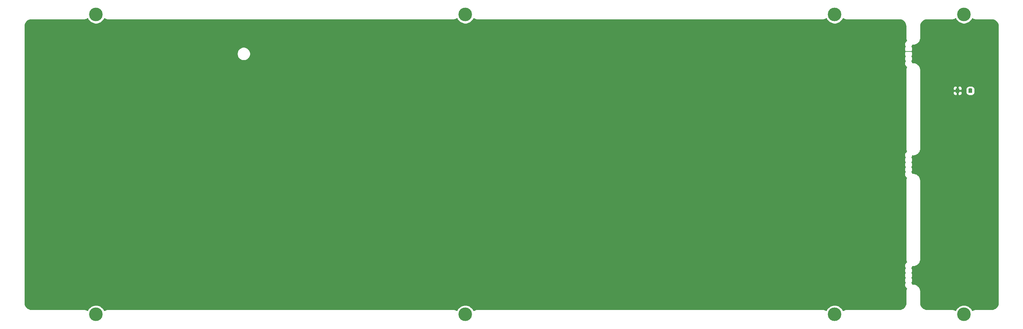
<source format=gbr>
G04 #@! TF.GenerationSoftware,KiCad,Pcbnew,(5.1.10-1-10_14)*
G04 #@! TF.CreationDate,2021-08-22T11:17:11-05:00*
G04 #@! TF.ProjectId,ori_bottom_plate,6f72695f-626f-4747-946f-6d5f706c6174,rev?*
G04 #@! TF.SameCoordinates,Original*
G04 #@! TF.FileFunction,Copper,L1,Top*
G04 #@! TF.FilePolarity,Positive*
%FSLAX46Y46*%
G04 Gerber Fmt 4.6, Leading zero omitted, Abs format (unit mm)*
G04 Created by KiCad (PCBNEW (5.1.10-1-10_14)) date 2021-08-22 11:17:11*
%MOMM*%
%LPD*%
G01*
G04 APERTURE LIST*
G04 #@! TA.AperFunction,ComponentPad*
%ADD10C,3.500000*%
G04 #@! TD*
G04 #@! TA.AperFunction,ViaPad*
%ADD11C,0.500000*%
G04 #@! TD*
G04 #@! TA.AperFunction,Conductor*
%ADD12C,0.250000*%
G04 #@! TD*
G04 #@! TA.AperFunction,Conductor*
%ADD13C,0.130000*%
G04 #@! TD*
G04 #@! TA.AperFunction,Conductor*
%ADD14C,0.254000*%
G04 #@! TD*
G04 #@! TA.AperFunction,Conductor*
%ADD15C,0.100000*%
G04 #@! TD*
G04 APERTURE END LIST*
D10*
X356023442Y-117264265D03*
X356023442Y-39873575D03*
X260773394Y-117264265D03*
X260773394Y-39873575D03*
X165523314Y-117264265D03*
X165523314Y-39873575D03*
G04 #@! TA.AperFunction,SMDPad,CuDef*
G36*
G01*
X388211370Y-59168840D02*
X388211370Y-59868840D01*
G75*
G02*
X387961370Y-60118840I-250000J0D01*
G01*
X387461370Y-60118840D01*
G75*
G02*
X387211370Y-59868840I0J250000D01*
G01*
X387211370Y-59168840D01*
G75*
G02*
X387461370Y-58918840I250000J0D01*
G01*
X387961370Y-58918840D01*
G75*
G02*
X388211370Y-59168840I0J-250000D01*
G01*
G37*
G04 #@! TD.AperFunction*
G04 #@! TA.AperFunction,SMDPad,CuDef*
G36*
G01*
X391511370Y-59168840D02*
X391511370Y-59868840D01*
G75*
G02*
X391261370Y-60118840I-250000J0D01*
G01*
X390761370Y-60118840D01*
G75*
G02*
X390511370Y-59868840I0J250000D01*
G01*
X390511370Y-59168840D01*
G75*
G02*
X390761370Y-58918840I250000J0D01*
G01*
X391261370Y-58918840D01*
G75*
G02*
X391511370Y-59168840I0J-250000D01*
G01*
G37*
G04 #@! TD.AperFunction*
X389360818Y-39873640D03*
X389360818Y-117264200D03*
D11*
X373287865Y-49398485D03*
X385194165Y-59518840D03*
D12*
X387711370Y-59518840D02*
X385194165Y-59518840D01*
D13*
X376859755Y-49398485D02*
X373287865Y-49398485D01*
D14*
X358221827Y-40919636D02*
X358275414Y-40955238D01*
X358328523Y-40991603D01*
X358337243Y-40996318D01*
X358439829Y-41050863D01*
X358499292Y-41075371D01*
X358558469Y-41100735D01*
X358567939Y-41103666D01*
X358679165Y-41137247D01*
X358742259Y-41149740D01*
X358805232Y-41163125D01*
X358815091Y-41164161D01*
X358930721Y-41175499D01*
X358930723Y-41175499D01*
X358965137Y-41178888D01*
X372657826Y-41178760D01*
X373016501Y-41213928D01*
X373328121Y-41308012D01*
X373615528Y-41460828D01*
X373867775Y-41666557D01*
X374075264Y-41917367D01*
X374230084Y-42203701D01*
X374326340Y-42514654D01*
X374363810Y-42871153D01*
X374363811Y-45861472D01*
X374367314Y-45897040D01*
X374367314Y-45912503D01*
X374368351Y-45922362D01*
X374394253Y-46153284D01*
X374407625Y-46216196D01*
X374420131Y-46279355D01*
X374423063Y-46288824D01*
X374493325Y-46510317D01*
X374518666Y-46569441D01*
X374529513Y-46595759D01*
X374388676Y-46689863D01*
X374244513Y-46834026D01*
X374131245Y-47003544D01*
X374053224Y-47191902D01*
X374013450Y-47391861D01*
X374013450Y-47595739D01*
X374053224Y-47795698D01*
X374131245Y-47984056D01*
X374221278Y-48118800D01*
X374131245Y-48253544D01*
X374053224Y-48441902D01*
X374013450Y-48641861D01*
X374013450Y-48845739D01*
X374053224Y-49045698D01*
X374131245Y-49234056D01*
X374221278Y-49368800D01*
X374131245Y-49503544D01*
X374053224Y-49691902D01*
X374013450Y-49891861D01*
X374013450Y-50095739D01*
X374053224Y-50295698D01*
X374131245Y-50484056D01*
X374221278Y-50618800D01*
X374131245Y-50753544D01*
X374053224Y-50941902D01*
X374013450Y-51141861D01*
X374013450Y-51345739D01*
X374053224Y-51545698D01*
X374131245Y-51734056D01*
X374221278Y-51868800D01*
X374131245Y-52003544D01*
X374053224Y-52191902D01*
X374013450Y-52391861D01*
X374013450Y-52595739D01*
X374053224Y-52795698D01*
X374131245Y-52984056D01*
X374244513Y-53153574D01*
X374388676Y-53297737D01*
X374529415Y-53391775D01*
X374512234Y-53433458D01*
X374486883Y-53492607D01*
X374483952Y-53502077D01*
X374416789Y-53724530D01*
X374404300Y-53787605D01*
X374390909Y-53850602D01*
X374389873Y-53860461D01*
X374367198Y-54091722D01*
X374367198Y-54091729D01*
X374363810Y-54126129D01*
X374363811Y-74436592D01*
X374367314Y-74472160D01*
X374367314Y-74487623D01*
X374368351Y-74497482D01*
X374394253Y-74728404D01*
X374407625Y-74791316D01*
X374420131Y-74854475D01*
X374423063Y-74863944D01*
X374493325Y-75085437D01*
X374518666Y-75144561D01*
X374533605Y-75180805D01*
X374388676Y-75277643D01*
X374244513Y-75421806D01*
X374131245Y-75591324D01*
X374053224Y-75779682D01*
X374013450Y-75979641D01*
X374013450Y-76183519D01*
X374053224Y-76383478D01*
X374131245Y-76571836D01*
X374221278Y-76706580D01*
X374131245Y-76841324D01*
X374053224Y-77029682D01*
X374013450Y-77229641D01*
X374013450Y-77433519D01*
X374053224Y-77633478D01*
X374131245Y-77821836D01*
X374221278Y-77956580D01*
X374131245Y-78091324D01*
X374053224Y-78279682D01*
X374013450Y-78479641D01*
X374013450Y-78683519D01*
X374053224Y-78883478D01*
X374131245Y-79071836D01*
X374221278Y-79206580D01*
X374131245Y-79341324D01*
X374053224Y-79529682D01*
X374013450Y-79729641D01*
X374013450Y-79933519D01*
X374053224Y-80133478D01*
X374131245Y-80321836D01*
X374221278Y-80456580D01*
X374131245Y-80591324D01*
X374053224Y-80779682D01*
X374013450Y-80979641D01*
X374013450Y-81183519D01*
X374053224Y-81383478D01*
X374131245Y-81571836D01*
X374244513Y-81741354D01*
X374388676Y-81885517D01*
X374525324Y-81976822D01*
X374512234Y-82008578D01*
X374486883Y-82067727D01*
X374483952Y-82077197D01*
X374416789Y-82299650D01*
X374404300Y-82362725D01*
X374390909Y-82425722D01*
X374389873Y-82435581D01*
X374367198Y-82666842D01*
X374367198Y-82666849D01*
X374363810Y-82701249D01*
X374363811Y-103011712D01*
X374367314Y-103047280D01*
X374367314Y-103062743D01*
X374368351Y-103072602D01*
X374394253Y-103303524D01*
X374407625Y-103366436D01*
X374420131Y-103429595D01*
X374423063Y-103439064D01*
X374493325Y-103660557D01*
X374518666Y-103719681D01*
X374533605Y-103755925D01*
X374388676Y-103852763D01*
X374244513Y-103996926D01*
X374131245Y-104166444D01*
X374053224Y-104354802D01*
X374013450Y-104554761D01*
X374013450Y-104758639D01*
X374053224Y-104958598D01*
X374131245Y-105146956D01*
X374221278Y-105281700D01*
X374131245Y-105416444D01*
X374053224Y-105604802D01*
X374013450Y-105804761D01*
X374013450Y-106008639D01*
X374053224Y-106208598D01*
X374131245Y-106396956D01*
X374221278Y-106531700D01*
X374131245Y-106666444D01*
X374053224Y-106854802D01*
X374013450Y-107054761D01*
X374013450Y-107258639D01*
X374053224Y-107458598D01*
X374131245Y-107646956D01*
X374221278Y-107781700D01*
X374131245Y-107916444D01*
X374053224Y-108104802D01*
X374013450Y-108304761D01*
X374013450Y-108508639D01*
X374053224Y-108708598D01*
X374131245Y-108896956D01*
X374221278Y-109031700D01*
X374131245Y-109166444D01*
X374053224Y-109354802D01*
X374013450Y-109554761D01*
X374013450Y-109758639D01*
X374053224Y-109958598D01*
X374131245Y-110146956D01*
X374244513Y-110316474D01*
X374388676Y-110460637D01*
X374525324Y-110551942D01*
X374512234Y-110583698D01*
X374486883Y-110642847D01*
X374483952Y-110652317D01*
X374416789Y-110874770D01*
X374404300Y-110937845D01*
X374390909Y-111000842D01*
X374389873Y-111010701D01*
X374367198Y-111241962D01*
X374367198Y-111241969D01*
X374363810Y-111276369D01*
X374363811Y-114253089D01*
X374328642Y-114611772D01*
X374234558Y-114923390D01*
X374081740Y-115210799D01*
X373876013Y-115463045D01*
X373625203Y-115670534D01*
X373338869Y-115825354D01*
X373027916Y-115921610D01*
X372671412Y-115959080D01*
X358965137Y-115958952D01*
X358935061Y-115961914D01*
X358931505Y-115961889D01*
X358921639Y-115962856D01*
X358864300Y-115968882D01*
X358860830Y-115969224D01*
X358860714Y-115969259D01*
X358806091Y-115975000D01*
X358743061Y-115987938D01*
X358679839Y-115999998D01*
X358670359Y-116002861D01*
X358670354Y-116002862D01*
X358670352Y-116002863D01*
X358670349Y-116002864D01*
X358559360Y-116037221D01*
X358500079Y-116062140D01*
X358440376Y-116086262D01*
X358431623Y-116090916D01*
X358329421Y-116146176D01*
X358276078Y-116182157D01*
X358222223Y-116217398D01*
X358214541Y-116223663D01*
X358184284Y-116248694D01*
X358137002Y-116134544D01*
X357875992Y-115743916D01*
X357543791Y-115411715D01*
X357153163Y-115150705D01*
X356719121Y-114970919D01*
X356258344Y-114879265D01*
X355788540Y-114879265D01*
X355327763Y-114970919D01*
X354893721Y-115150705D01*
X354503093Y-115411715D01*
X354170892Y-115743916D01*
X353909882Y-116134544D01*
X353862560Y-116248790D01*
X353825057Y-116218204D01*
X353771504Y-116182624D01*
X353718362Y-116146237D01*
X353709641Y-116141522D01*
X353607056Y-116086977D01*
X353547579Y-116062463D01*
X353488415Y-116037105D01*
X353478945Y-116034174D01*
X353367719Y-116000593D01*
X353304626Y-115988101D01*
X353241653Y-115974715D01*
X353231794Y-115973679D01*
X353116444Y-115962369D01*
X353081754Y-115958952D01*
X263715082Y-115958952D01*
X263685009Y-115961914D01*
X263681457Y-115961889D01*
X263671591Y-115962856D01*
X263614210Y-115968887D01*
X263610775Y-115969225D01*
X263610660Y-115969260D01*
X263556043Y-115975000D01*
X263493013Y-115987938D01*
X263429791Y-115999998D01*
X263420311Y-116002861D01*
X263420306Y-116002862D01*
X263420304Y-116002863D01*
X263420301Y-116002864D01*
X263309312Y-116037221D01*
X263250031Y-116062140D01*
X263190328Y-116086262D01*
X263181575Y-116090916D01*
X263079373Y-116146176D01*
X263026030Y-116182157D01*
X262972175Y-116217398D01*
X262964493Y-116223663D01*
X262934236Y-116248694D01*
X262886954Y-116134544D01*
X262625944Y-115743916D01*
X262293743Y-115411715D01*
X261903115Y-115150705D01*
X261469073Y-114970919D01*
X261008296Y-114879265D01*
X260538492Y-114879265D01*
X260077715Y-114970919D01*
X259643673Y-115150705D01*
X259253045Y-115411715D01*
X258920844Y-115743916D01*
X258659834Y-116134544D01*
X258612512Y-116248790D01*
X258575009Y-116218204D01*
X258521456Y-116182624D01*
X258468314Y-116146237D01*
X258459593Y-116141522D01*
X258357008Y-116086977D01*
X258297531Y-116062463D01*
X258238367Y-116037105D01*
X258228897Y-116034174D01*
X258117671Y-116000593D01*
X258054578Y-115988101D01*
X257991605Y-115974715D01*
X257981746Y-115973679D01*
X257866396Y-115962369D01*
X257831706Y-115958952D01*
X168465002Y-115958952D01*
X168434929Y-115961914D01*
X168431377Y-115961889D01*
X168421511Y-115962856D01*
X168364130Y-115968887D01*
X168360695Y-115969225D01*
X168360580Y-115969260D01*
X168305963Y-115975000D01*
X168242933Y-115987938D01*
X168179711Y-115999998D01*
X168170231Y-116002861D01*
X168170226Y-116002862D01*
X168170224Y-116002863D01*
X168170221Y-116002864D01*
X168059232Y-116037221D01*
X167999951Y-116062140D01*
X167940248Y-116086262D01*
X167931495Y-116090916D01*
X167829293Y-116146176D01*
X167775950Y-116182157D01*
X167722095Y-116217398D01*
X167714413Y-116223663D01*
X167684156Y-116248694D01*
X167636874Y-116134544D01*
X167375864Y-115743916D01*
X167043663Y-115411715D01*
X166653035Y-115150705D01*
X166218993Y-114970919D01*
X165758216Y-114879265D01*
X165288412Y-114879265D01*
X164827635Y-114970919D01*
X164393593Y-115150705D01*
X164002965Y-115411715D01*
X163670764Y-115743916D01*
X163409754Y-116134544D01*
X163362432Y-116248790D01*
X163324929Y-116218204D01*
X163271376Y-116182624D01*
X163218234Y-116146237D01*
X163209513Y-116141522D01*
X163106928Y-116086977D01*
X163047451Y-116062463D01*
X162988287Y-116037105D01*
X162978817Y-116034174D01*
X162867591Y-116000593D01*
X162804498Y-115988101D01*
X162741525Y-115974715D01*
X162731666Y-115973679D01*
X162616035Y-115962341D01*
X162616033Y-115962341D01*
X162581619Y-115958952D01*
X148888834Y-115959080D01*
X148530158Y-115923912D01*
X148218540Y-115829828D01*
X147931131Y-115677010D01*
X147678885Y-115471283D01*
X147471396Y-115220473D01*
X147316576Y-114934139D01*
X147220320Y-114623186D01*
X147182850Y-114266687D01*
X147182850Y-49823061D01*
X201888474Y-49823061D01*
X201888474Y-50164827D01*
X201955149Y-50500025D01*
X202085937Y-50815775D01*
X202275811Y-51099942D01*
X202517476Y-51341607D01*
X202801643Y-51531481D01*
X203117393Y-51662269D01*
X203452591Y-51728944D01*
X203794357Y-51728944D01*
X204129555Y-51662269D01*
X204445305Y-51531481D01*
X204729472Y-51341607D01*
X204971137Y-51099942D01*
X205161011Y-50815775D01*
X205291799Y-50500025D01*
X205358474Y-50164827D01*
X205358474Y-49823061D01*
X205291799Y-49487863D01*
X205161011Y-49172113D01*
X204971137Y-48887946D01*
X204729472Y-48646281D01*
X204445305Y-48456407D01*
X204129555Y-48325619D01*
X203794357Y-48258944D01*
X203452591Y-48258944D01*
X203117393Y-48325619D01*
X202801643Y-48456407D01*
X202517476Y-48646281D01*
X202275811Y-48887946D01*
X202085937Y-49172113D01*
X201955149Y-49487863D01*
X201888474Y-49823061D01*
X147182850Y-49823061D01*
X147182850Y-42884741D01*
X147218018Y-42526069D01*
X147312102Y-42214449D01*
X147464918Y-41927042D01*
X147670647Y-41674795D01*
X147921457Y-41467306D01*
X148207791Y-41312486D01*
X148518744Y-41216230D01*
X148875248Y-41178760D01*
X162581619Y-41178888D01*
X162611695Y-41175926D01*
X162615251Y-41175951D01*
X162625117Y-41174984D01*
X162682448Y-41168959D01*
X162685926Y-41168616D01*
X162686042Y-41168581D01*
X162740664Y-41162840D01*
X162803687Y-41149904D01*
X162866917Y-41137842D01*
X162876397Y-41134979D01*
X162876402Y-41134978D01*
X162876406Y-41134976D01*
X162987396Y-41100619D01*
X163046677Y-41075700D01*
X163106380Y-41051578D01*
X163115133Y-41046924D01*
X163217335Y-40991663D01*
X163270652Y-40955701D01*
X163324533Y-40920442D01*
X163332215Y-40914177D01*
X163362472Y-40889146D01*
X163409754Y-41003296D01*
X163670764Y-41393924D01*
X164002965Y-41726125D01*
X164393593Y-41987135D01*
X164827635Y-42166921D01*
X165288412Y-42258575D01*
X165758216Y-42258575D01*
X166218993Y-42166921D01*
X166653035Y-41987135D01*
X167043663Y-41726125D01*
X167375864Y-41393924D01*
X167636874Y-41003296D01*
X167684196Y-40889050D01*
X167721699Y-40919636D01*
X167775286Y-40955238D01*
X167828395Y-40991603D01*
X167837115Y-40996318D01*
X167939701Y-41050863D01*
X167999164Y-41075371D01*
X168058341Y-41100735D01*
X168067811Y-41103666D01*
X168179037Y-41137247D01*
X168242131Y-41149740D01*
X168305104Y-41163125D01*
X168314963Y-41164161D01*
X168430311Y-41175471D01*
X168465002Y-41178888D01*
X257831706Y-41178888D01*
X257861779Y-41175926D01*
X257865331Y-41175951D01*
X257875197Y-41174984D01*
X257932570Y-41168954D01*
X257936013Y-41168615D01*
X257936128Y-41168580D01*
X257990744Y-41162840D01*
X258053767Y-41149904D01*
X258116997Y-41137842D01*
X258126477Y-41134979D01*
X258126482Y-41134978D01*
X258126486Y-41134976D01*
X258237476Y-41100619D01*
X258296757Y-41075700D01*
X258356460Y-41051578D01*
X258365213Y-41046924D01*
X258467415Y-40991663D01*
X258520732Y-40955701D01*
X258574613Y-40920442D01*
X258582295Y-40914177D01*
X258612552Y-40889146D01*
X258659834Y-41003296D01*
X258920844Y-41393924D01*
X259253045Y-41726125D01*
X259643673Y-41987135D01*
X260077715Y-42166921D01*
X260538492Y-42258575D01*
X261008296Y-42258575D01*
X261469073Y-42166921D01*
X261903115Y-41987135D01*
X262293743Y-41726125D01*
X262625944Y-41393924D01*
X262886954Y-41003296D01*
X262934276Y-40889050D01*
X262971779Y-40919636D01*
X263025366Y-40955238D01*
X263078475Y-40991603D01*
X263087195Y-40996318D01*
X263189781Y-41050863D01*
X263249244Y-41075371D01*
X263308421Y-41100735D01*
X263317891Y-41103666D01*
X263429117Y-41137247D01*
X263492211Y-41149740D01*
X263555184Y-41163125D01*
X263565043Y-41164161D01*
X263680391Y-41175471D01*
X263715082Y-41178888D01*
X353081754Y-41178888D01*
X353111827Y-41175926D01*
X353115379Y-41175951D01*
X353125245Y-41174984D01*
X353182618Y-41168954D01*
X353186061Y-41168615D01*
X353186176Y-41168580D01*
X353240792Y-41162840D01*
X353303815Y-41149904D01*
X353367045Y-41137842D01*
X353376525Y-41134979D01*
X353376530Y-41134978D01*
X353376534Y-41134976D01*
X353487524Y-41100619D01*
X353546805Y-41075700D01*
X353606508Y-41051578D01*
X353615261Y-41046924D01*
X353717463Y-40991663D01*
X353770780Y-40955701D01*
X353824661Y-40920442D01*
X353832343Y-40914177D01*
X353862600Y-40889146D01*
X353909882Y-41003296D01*
X354170892Y-41393924D01*
X354503093Y-41726125D01*
X354893721Y-41987135D01*
X355327763Y-42166921D01*
X355788540Y-42258575D01*
X356258344Y-42258575D01*
X356719121Y-42166921D01*
X357153163Y-41987135D01*
X357543791Y-41726125D01*
X357875992Y-41393924D01*
X358137002Y-41003296D01*
X358184324Y-40889050D01*
X358221827Y-40919636D01*
G04 #@! TA.AperFunction,Conductor*
D15*
G36*
X358221827Y-40919636D02*
G01*
X358275414Y-40955238D01*
X358328523Y-40991603D01*
X358337243Y-40996318D01*
X358439829Y-41050863D01*
X358499292Y-41075371D01*
X358558469Y-41100735D01*
X358567939Y-41103666D01*
X358679165Y-41137247D01*
X358742259Y-41149740D01*
X358805232Y-41163125D01*
X358815091Y-41164161D01*
X358930721Y-41175499D01*
X358930723Y-41175499D01*
X358965137Y-41178888D01*
X372657826Y-41178760D01*
X373016501Y-41213928D01*
X373328121Y-41308012D01*
X373615528Y-41460828D01*
X373867775Y-41666557D01*
X374075264Y-41917367D01*
X374230084Y-42203701D01*
X374326340Y-42514654D01*
X374363810Y-42871153D01*
X374363811Y-45861472D01*
X374367314Y-45897040D01*
X374367314Y-45912503D01*
X374368351Y-45922362D01*
X374394253Y-46153284D01*
X374407625Y-46216196D01*
X374420131Y-46279355D01*
X374423063Y-46288824D01*
X374493325Y-46510317D01*
X374518666Y-46569441D01*
X374529513Y-46595759D01*
X374388676Y-46689863D01*
X374244513Y-46834026D01*
X374131245Y-47003544D01*
X374053224Y-47191902D01*
X374013450Y-47391861D01*
X374013450Y-47595739D01*
X374053224Y-47795698D01*
X374131245Y-47984056D01*
X374221278Y-48118800D01*
X374131245Y-48253544D01*
X374053224Y-48441902D01*
X374013450Y-48641861D01*
X374013450Y-48845739D01*
X374053224Y-49045698D01*
X374131245Y-49234056D01*
X374221278Y-49368800D01*
X374131245Y-49503544D01*
X374053224Y-49691902D01*
X374013450Y-49891861D01*
X374013450Y-50095739D01*
X374053224Y-50295698D01*
X374131245Y-50484056D01*
X374221278Y-50618800D01*
X374131245Y-50753544D01*
X374053224Y-50941902D01*
X374013450Y-51141861D01*
X374013450Y-51345739D01*
X374053224Y-51545698D01*
X374131245Y-51734056D01*
X374221278Y-51868800D01*
X374131245Y-52003544D01*
X374053224Y-52191902D01*
X374013450Y-52391861D01*
X374013450Y-52595739D01*
X374053224Y-52795698D01*
X374131245Y-52984056D01*
X374244513Y-53153574D01*
X374388676Y-53297737D01*
X374529415Y-53391775D01*
X374512234Y-53433458D01*
X374486883Y-53492607D01*
X374483952Y-53502077D01*
X374416789Y-53724530D01*
X374404300Y-53787605D01*
X374390909Y-53850602D01*
X374389873Y-53860461D01*
X374367198Y-54091722D01*
X374367198Y-54091729D01*
X374363810Y-54126129D01*
X374363811Y-74436592D01*
X374367314Y-74472160D01*
X374367314Y-74487623D01*
X374368351Y-74497482D01*
X374394253Y-74728404D01*
X374407625Y-74791316D01*
X374420131Y-74854475D01*
X374423063Y-74863944D01*
X374493325Y-75085437D01*
X374518666Y-75144561D01*
X374533605Y-75180805D01*
X374388676Y-75277643D01*
X374244513Y-75421806D01*
X374131245Y-75591324D01*
X374053224Y-75779682D01*
X374013450Y-75979641D01*
X374013450Y-76183519D01*
X374053224Y-76383478D01*
X374131245Y-76571836D01*
X374221278Y-76706580D01*
X374131245Y-76841324D01*
X374053224Y-77029682D01*
X374013450Y-77229641D01*
X374013450Y-77433519D01*
X374053224Y-77633478D01*
X374131245Y-77821836D01*
X374221278Y-77956580D01*
X374131245Y-78091324D01*
X374053224Y-78279682D01*
X374013450Y-78479641D01*
X374013450Y-78683519D01*
X374053224Y-78883478D01*
X374131245Y-79071836D01*
X374221278Y-79206580D01*
X374131245Y-79341324D01*
X374053224Y-79529682D01*
X374013450Y-79729641D01*
X374013450Y-79933519D01*
X374053224Y-80133478D01*
X374131245Y-80321836D01*
X374221278Y-80456580D01*
X374131245Y-80591324D01*
X374053224Y-80779682D01*
X374013450Y-80979641D01*
X374013450Y-81183519D01*
X374053224Y-81383478D01*
X374131245Y-81571836D01*
X374244513Y-81741354D01*
X374388676Y-81885517D01*
X374525324Y-81976822D01*
X374512234Y-82008578D01*
X374486883Y-82067727D01*
X374483952Y-82077197D01*
X374416789Y-82299650D01*
X374404300Y-82362725D01*
X374390909Y-82425722D01*
X374389873Y-82435581D01*
X374367198Y-82666842D01*
X374367198Y-82666849D01*
X374363810Y-82701249D01*
X374363811Y-103011712D01*
X374367314Y-103047280D01*
X374367314Y-103062743D01*
X374368351Y-103072602D01*
X374394253Y-103303524D01*
X374407625Y-103366436D01*
X374420131Y-103429595D01*
X374423063Y-103439064D01*
X374493325Y-103660557D01*
X374518666Y-103719681D01*
X374533605Y-103755925D01*
X374388676Y-103852763D01*
X374244513Y-103996926D01*
X374131245Y-104166444D01*
X374053224Y-104354802D01*
X374013450Y-104554761D01*
X374013450Y-104758639D01*
X374053224Y-104958598D01*
X374131245Y-105146956D01*
X374221278Y-105281700D01*
X374131245Y-105416444D01*
X374053224Y-105604802D01*
X374013450Y-105804761D01*
X374013450Y-106008639D01*
X374053224Y-106208598D01*
X374131245Y-106396956D01*
X374221278Y-106531700D01*
X374131245Y-106666444D01*
X374053224Y-106854802D01*
X374013450Y-107054761D01*
X374013450Y-107258639D01*
X374053224Y-107458598D01*
X374131245Y-107646956D01*
X374221278Y-107781700D01*
X374131245Y-107916444D01*
X374053224Y-108104802D01*
X374013450Y-108304761D01*
X374013450Y-108508639D01*
X374053224Y-108708598D01*
X374131245Y-108896956D01*
X374221278Y-109031700D01*
X374131245Y-109166444D01*
X374053224Y-109354802D01*
X374013450Y-109554761D01*
X374013450Y-109758639D01*
X374053224Y-109958598D01*
X374131245Y-110146956D01*
X374244513Y-110316474D01*
X374388676Y-110460637D01*
X374525324Y-110551942D01*
X374512234Y-110583698D01*
X374486883Y-110642847D01*
X374483952Y-110652317D01*
X374416789Y-110874770D01*
X374404300Y-110937845D01*
X374390909Y-111000842D01*
X374389873Y-111010701D01*
X374367198Y-111241962D01*
X374367198Y-111241969D01*
X374363810Y-111276369D01*
X374363811Y-114253089D01*
X374328642Y-114611772D01*
X374234558Y-114923390D01*
X374081740Y-115210799D01*
X373876013Y-115463045D01*
X373625203Y-115670534D01*
X373338869Y-115825354D01*
X373027916Y-115921610D01*
X372671412Y-115959080D01*
X358965137Y-115958952D01*
X358935061Y-115961914D01*
X358931505Y-115961889D01*
X358921639Y-115962856D01*
X358864300Y-115968882D01*
X358860830Y-115969224D01*
X358860714Y-115969259D01*
X358806091Y-115975000D01*
X358743061Y-115987938D01*
X358679839Y-115999998D01*
X358670359Y-116002861D01*
X358670354Y-116002862D01*
X358670352Y-116002863D01*
X358670349Y-116002864D01*
X358559360Y-116037221D01*
X358500079Y-116062140D01*
X358440376Y-116086262D01*
X358431623Y-116090916D01*
X358329421Y-116146176D01*
X358276078Y-116182157D01*
X358222223Y-116217398D01*
X358214541Y-116223663D01*
X358184284Y-116248694D01*
X358137002Y-116134544D01*
X357875992Y-115743916D01*
X357543791Y-115411715D01*
X357153163Y-115150705D01*
X356719121Y-114970919D01*
X356258344Y-114879265D01*
X355788540Y-114879265D01*
X355327763Y-114970919D01*
X354893721Y-115150705D01*
X354503093Y-115411715D01*
X354170892Y-115743916D01*
X353909882Y-116134544D01*
X353862560Y-116248790D01*
X353825057Y-116218204D01*
X353771504Y-116182624D01*
X353718362Y-116146237D01*
X353709641Y-116141522D01*
X353607056Y-116086977D01*
X353547579Y-116062463D01*
X353488415Y-116037105D01*
X353478945Y-116034174D01*
X353367719Y-116000593D01*
X353304626Y-115988101D01*
X353241653Y-115974715D01*
X353231794Y-115973679D01*
X353116444Y-115962369D01*
X353081754Y-115958952D01*
X263715082Y-115958952D01*
X263685009Y-115961914D01*
X263681457Y-115961889D01*
X263671591Y-115962856D01*
X263614210Y-115968887D01*
X263610775Y-115969225D01*
X263610660Y-115969260D01*
X263556043Y-115975000D01*
X263493013Y-115987938D01*
X263429791Y-115999998D01*
X263420311Y-116002861D01*
X263420306Y-116002862D01*
X263420304Y-116002863D01*
X263420301Y-116002864D01*
X263309312Y-116037221D01*
X263250031Y-116062140D01*
X263190328Y-116086262D01*
X263181575Y-116090916D01*
X263079373Y-116146176D01*
X263026030Y-116182157D01*
X262972175Y-116217398D01*
X262964493Y-116223663D01*
X262934236Y-116248694D01*
X262886954Y-116134544D01*
X262625944Y-115743916D01*
X262293743Y-115411715D01*
X261903115Y-115150705D01*
X261469073Y-114970919D01*
X261008296Y-114879265D01*
X260538492Y-114879265D01*
X260077715Y-114970919D01*
X259643673Y-115150705D01*
X259253045Y-115411715D01*
X258920844Y-115743916D01*
X258659834Y-116134544D01*
X258612512Y-116248790D01*
X258575009Y-116218204D01*
X258521456Y-116182624D01*
X258468314Y-116146237D01*
X258459593Y-116141522D01*
X258357008Y-116086977D01*
X258297531Y-116062463D01*
X258238367Y-116037105D01*
X258228897Y-116034174D01*
X258117671Y-116000593D01*
X258054578Y-115988101D01*
X257991605Y-115974715D01*
X257981746Y-115973679D01*
X257866396Y-115962369D01*
X257831706Y-115958952D01*
X168465002Y-115958952D01*
X168434929Y-115961914D01*
X168431377Y-115961889D01*
X168421511Y-115962856D01*
X168364130Y-115968887D01*
X168360695Y-115969225D01*
X168360580Y-115969260D01*
X168305963Y-115975000D01*
X168242933Y-115987938D01*
X168179711Y-115999998D01*
X168170231Y-116002861D01*
X168170226Y-116002862D01*
X168170224Y-116002863D01*
X168170221Y-116002864D01*
X168059232Y-116037221D01*
X167999951Y-116062140D01*
X167940248Y-116086262D01*
X167931495Y-116090916D01*
X167829293Y-116146176D01*
X167775950Y-116182157D01*
X167722095Y-116217398D01*
X167714413Y-116223663D01*
X167684156Y-116248694D01*
X167636874Y-116134544D01*
X167375864Y-115743916D01*
X167043663Y-115411715D01*
X166653035Y-115150705D01*
X166218993Y-114970919D01*
X165758216Y-114879265D01*
X165288412Y-114879265D01*
X164827635Y-114970919D01*
X164393593Y-115150705D01*
X164002965Y-115411715D01*
X163670764Y-115743916D01*
X163409754Y-116134544D01*
X163362432Y-116248790D01*
X163324929Y-116218204D01*
X163271376Y-116182624D01*
X163218234Y-116146237D01*
X163209513Y-116141522D01*
X163106928Y-116086977D01*
X163047451Y-116062463D01*
X162988287Y-116037105D01*
X162978817Y-116034174D01*
X162867591Y-116000593D01*
X162804498Y-115988101D01*
X162741525Y-115974715D01*
X162731666Y-115973679D01*
X162616035Y-115962341D01*
X162616033Y-115962341D01*
X162581619Y-115958952D01*
X148888834Y-115959080D01*
X148530158Y-115923912D01*
X148218540Y-115829828D01*
X147931131Y-115677010D01*
X147678885Y-115471283D01*
X147471396Y-115220473D01*
X147316576Y-114934139D01*
X147220320Y-114623186D01*
X147182850Y-114266687D01*
X147182850Y-49823061D01*
X201888474Y-49823061D01*
X201888474Y-50164827D01*
X201955149Y-50500025D01*
X202085937Y-50815775D01*
X202275811Y-51099942D01*
X202517476Y-51341607D01*
X202801643Y-51531481D01*
X203117393Y-51662269D01*
X203452591Y-51728944D01*
X203794357Y-51728944D01*
X204129555Y-51662269D01*
X204445305Y-51531481D01*
X204729472Y-51341607D01*
X204971137Y-51099942D01*
X205161011Y-50815775D01*
X205291799Y-50500025D01*
X205358474Y-50164827D01*
X205358474Y-49823061D01*
X205291799Y-49487863D01*
X205161011Y-49172113D01*
X204971137Y-48887946D01*
X204729472Y-48646281D01*
X204445305Y-48456407D01*
X204129555Y-48325619D01*
X203794357Y-48258944D01*
X203452591Y-48258944D01*
X203117393Y-48325619D01*
X202801643Y-48456407D01*
X202517476Y-48646281D01*
X202275811Y-48887946D01*
X202085937Y-49172113D01*
X201955149Y-49487863D01*
X201888474Y-49823061D01*
X147182850Y-49823061D01*
X147182850Y-42884741D01*
X147218018Y-42526069D01*
X147312102Y-42214449D01*
X147464918Y-41927042D01*
X147670647Y-41674795D01*
X147921457Y-41467306D01*
X148207791Y-41312486D01*
X148518744Y-41216230D01*
X148875248Y-41178760D01*
X162581619Y-41178888D01*
X162611695Y-41175926D01*
X162615251Y-41175951D01*
X162625117Y-41174984D01*
X162682448Y-41168959D01*
X162685926Y-41168616D01*
X162686042Y-41168581D01*
X162740664Y-41162840D01*
X162803687Y-41149904D01*
X162866917Y-41137842D01*
X162876397Y-41134979D01*
X162876402Y-41134978D01*
X162876406Y-41134976D01*
X162987396Y-41100619D01*
X163046677Y-41075700D01*
X163106380Y-41051578D01*
X163115133Y-41046924D01*
X163217335Y-40991663D01*
X163270652Y-40955701D01*
X163324533Y-40920442D01*
X163332215Y-40914177D01*
X163362472Y-40889146D01*
X163409754Y-41003296D01*
X163670764Y-41393924D01*
X164002965Y-41726125D01*
X164393593Y-41987135D01*
X164827635Y-42166921D01*
X165288412Y-42258575D01*
X165758216Y-42258575D01*
X166218993Y-42166921D01*
X166653035Y-41987135D01*
X167043663Y-41726125D01*
X167375864Y-41393924D01*
X167636874Y-41003296D01*
X167684196Y-40889050D01*
X167721699Y-40919636D01*
X167775286Y-40955238D01*
X167828395Y-40991603D01*
X167837115Y-40996318D01*
X167939701Y-41050863D01*
X167999164Y-41075371D01*
X168058341Y-41100735D01*
X168067811Y-41103666D01*
X168179037Y-41137247D01*
X168242131Y-41149740D01*
X168305104Y-41163125D01*
X168314963Y-41164161D01*
X168430311Y-41175471D01*
X168465002Y-41178888D01*
X257831706Y-41178888D01*
X257861779Y-41175926D01*
X257865331Y-41175951D01*
X257875197Y-41174984D01*
X257932570Y-41168954D01*
X257936013Y-41168615D01*
X257936128Y-41168580D01*
X257990744Y-41162840D01*
X258053767Y-41149904D01*
X258116997Y-41137842D01*
X258126477Y-41134979D01*
X258126482Y-41134978D01*
X258126486Y-41134976D01*
X258237476Y-41100619D01*
X258296757Y-41075700D01*
X258356460Y-41051578D01*
X258365213Y-41046924D01*
X258467415Y-40991663D01*
X258520732Y-40955701D01*
X258574613Y-40920442D01*
X258582295Y-40914177D01*
X258612552Y-40889146D01*
X258659834Y-41003296D01*
X258920844Y-41393924D01*
X259253045Y-41726125D01*
X259643673Y-41987135D01*
X260077715Y-42166921D01*
X260538492Y-42258575D01*
X261008296Y-42258575D01*
X261469073Y-42166921D01*
X261903115Y-41987135D01*
X262293743Y-41726125D01*
X262625944Y-41393924D01*
X262886954Y-41003296D01*
X262934276Y-40889050D01*
X262971779Y-40919636D01*
X263025366Y-40955238D01*
X263078475Y-40991603D01*
X263087195Y-40996318D01*
X263189781Y-41050863D01*
X263249244Y-41075371D01*
X263308421Y-41100735D01*
X263317891Y-41103666D01*
X263429117Y-41137247D01*
X263492211Y-41149740D01*
X263555184Y-41163125D01*
X263565043Y-41164161D01*
X263680391Y-41175471D01*
X263715082Y-41178888D01*
X353081754Y-41178888D01*
X353111827Y-41175926D01*
X353115379Y-41175951D01*
X353125245Y-41174984D01*
X353182618Y-41168954D01*
X353186061Y-41168615D01*
X353186176Y-41168580D01*
X353240792Y-41162840D01*
X353303815Y-41149904D01*
X353367045Y-41137842D01*
X353376525Y-41134979D01*
X353376530Y-41134978D01*
X353376534Y-41134976D01*
X353487524Y-41100619D01*
X353546805Y-41075700D01*
X353606508Y-41051578D01*
X353615261Y-41046924D01*
X353717463Y-40991663D01*
X353770780Y-40955701D01*
X353824661Y-40920442D01*
X353832343Y-40914177D01*
X353862600Y-40889146D01*
X353909882Y-41003296D01*
X354170892Y-41393924D01*
X354503093Y-41726125D01*
X354893721Y-41987135D01*
X355327763Y-42166921D01*
X355788540Y-42258575D01*
X356258344Y-42258575D01*
X356719121Y-42166921D01*
X357153163Y-41987135D01*
X357543791Y-41726125D01*
X357875992Y-41393924D01*
X358137002Y-41003296D01*
X358184324Y-40889050D01*
X358221827Y-40919636D01*
G37*
G04 #@! TD.AperFunction*
D14*
X391559387Y-40919636D02*
X391612974Y-40955238D01*
X391666083Y-40991603D01*
X391674803Y-40996318D01*
X391777389Y-41050863D01*
X391836852Y-41075371D01*
X391896029Y-41100735D01*
X391905499Y-41103666D01*
X392016725Y-41137247D01*
X392079819Y-41149740D01*
X392142792Y-41163125D01*
X392152651Y-41164161D01*
X392268281Y-41175499D01*
X392268282Y-41175499D01*
X392302712Y-41178889D01*
X396470431Y-41178760D01*
X396829101Y-41213928D01*
X397140721Y-41308012D01*
X397428128Y-41460828D01*
X397680375Y-41666557D01*
X397887864Y-41917367D01*
X398042684Y-42203701D01*
X398138940Y-42514654D01*
X398176411Y-42871163D01*
X398176410Y-114253099D01*
X398141242Y-114611772D01*
X398047158Y-114923390D01*
X397894340Y-115210799D01*
X397688613Y-115463045D01*
X397437803Y-115670534D01*
X397151469Y-115825354D01*
X396840516Y-115921610D01*
X396484014Y-115959080D01*
X392302712Y-115958951D01*
X392272620Y-115961914D01*
X392269065Y-115961889D01*
X392259199Y-115962856D01*
X392202080Y-115968859D01*
X392198405Y-115969221D01*
X392198282Y-115969258D01*
X392143651Y-115975000D01*
X392080621Y-115987938D01*
X392017399Y-115999998D01*
X392007919Y-116002861D01*
X392007914Y-116002862D01*
X392007912Y-116002863D01*
X392007909Y-116002864D01*
X391896920Y-116037221D01*
X391837639Y-116062140D01*
X391777936Y-116086262D01*
X391769183Y-116090916D01*
X391666981Y-116146176D01*
X391613638Y-116182157D01*
X391559783Y-116217398D01*
X391552101Y-116223663D01*
X391521727Y-116248790D01*
X391474378Y-116134479D01*
X391213368Y-115743851D01*
X390881167Y-115411650D01*
X390490539Y-115150640D01*
X390056497Y-114970854D01*
X389595720Y-114879200D01*
X389125916Y-114879200D01*
X388665139Y-114970854D01*
X388231097Y-115150640D01*
X387840469Y-115411650D01*
X387508268Y-115743851D01*
X387247258Y-116134479D01*
X387199962Y-116248661D01*
X387162617Y-116218204D01*
X387109064Y-116182624D01*
X387055922Y-116146237D01*
X387047201Y-116141522D01*
X386944616Y-116086977D01*
X386885139Y-116062463D01*
X386825975Y-116037105D01*
X386816505Y-116034174D01*
X386705279Y-116000593D01*
X386642186Y-115988101D01*
X386579213Y-115974715D01*
X386569354Y-115973679D01*
X386453723Y-115962341D01*
X386453717Y-115962341D01*
X386419300Y-115958952D01*
X379871047Y-115959080D01*
X379512378Y-115923912D01*
X379200760Y-115829828D01*
X378913351Y-115677010D01*
X378661105Y-115471283D01*
X378453616Y-115220473D01*
X378298796Y-114934139D01*
X378202540Y-114623186D01*
X378165070Y-114266687D01*
X378165070Y-111276368D01*
X378161566Y-111240790D01*
X378161566Y-111225337D01*
X378160529Y-111215478D01*
X378134627Y-110984556D01*
X378121255Y-110921644D01*
X378108749Y-110858485D01*
X378105817Y-110849015D01*
X378035555Y-110627523D01*
X378010214Y-110568399D01*
X377985683Y-110508882D01*
X377980968Y-110500161D01*
X377869023Y-110296534D01*
X377832685Y-110243464D01*
X377797055Y-110189836D01*
X377790736Y-110182198D01*
X377641371Y-110004192D01*
X377595422Y-109959196D01*
X377550051Y-109913507D01*
X377542368Y-109907242D01*
X377361273Y-109761638D01*
X377307477Y-109726435D01*
X377254078Y-109690417D01*
X377245325Y-109685763D01*
X377039398Y-109578107D01*
X376979712Y-109553992D01*
X376920411Y-109529064D01*
X376910921Y-109526199D01*
X376688005Y-109460591D01*
X376624787Y-109448531D01*
X376561756Y-109435593D01*
X376551894Y-109434626D01*
X376551890Y-109434626D01*
X376320476Y-109413566D01*
X376256161Y-109414015D01*
X376191780Y-109413566D01*
X376181914Y-109414533D01*
X376058145Y-109427542D01*
X376043676Y-109354802D01*
X375965655Y-109166444D01*
X375875622Y-109031700D01*
X375965655Y-108896956D01*
X376043676Y-108708598D01*
X376083450Y-108508639D01*
X376083450Y-108304761D01*
X376043676Y-108104802D01*
X375965655Y-107916444D01*
X375875622Y-107781700D01*
X375965655Y-107646956D01*
X376043676Y-107458598D01*
X376083450Y-107258639D01*
X376083450Y-107054761D01*
X376043676Y-106854802D01*
X375965655Y-106666444D01*
X375875622Y-106531700D01*
X375965655Y-106396956D01*
X376043676Y-106208598D01*
X376083450Y-106008639D01*
X376083450Y-105804761D01*
X376043676Y-105604802D01*
X375965655Y-105416444D01*
X375875622Y-105281700D01*
X375965655Y-105146956D01*
X376043676Y-104958598D01*
X376063033Y-104861284D01*
X376208404Y-104874514D01*
X376272719Y-104874065D01*
X376337100Y-104874514D01*
X376346966Y-104873547D01*
X376578063Y-104849258D01*
X376641100Y-104836318D01*
X376704312Y-104824260D01*
X376713802Y-104821395D01*
X376935781Y-104752681D01*
X376995101Y-104727745D01*
X377054769Y-104703637D01*
X377063522Y-104698983D01*
X377267925Y-104588462D01*
X377321234Y-104552505D01*
X377375121Y-104517242D01*
X377382803Y-104510977D01*
X377561847Y-104362858D01*
X377607165Y-104317222D01*
X377653167Y-104272174D01*
X377659486Y-104264535D01*
X377806351Y-104084461D01*
X377841969Y-104030852D01*
X377878319Y-103977764D01*
X377883034Y-103969044D01*
X377992125Y-103763873D01*
X378016646Y-103704382D01*
X378041997Y-103645233D01*
X378044928Y-103635763D01*
X378112091Y-103413310D01*
X378124579Y-103350242D01*
X378137971Y-103287238D01*
X378139007Y-103277379D01*
X378161682Y-103046118D01*
X378161682Y-103046112D01*
X378165070Y-103011712D01*
X378165070Y-82701248D01*
X378161566Y-82665670D01*
X378161566Y-82650217D01*
X378160529Y-82640358D01*
X378134627Y-82409436D01*
X378121255Y-82346524D01*
X378108749Y-82283365D01*
X378105817Y-82273895D01*
X378035555Y-82052403D01*
X378010214Y-81993279D01*
X377985683Y-81933762D01*
X377980968Y-81925041D01*
X377869023Y-81721414D01*
X377832685Y-81668344D01*
X377797055Y-81614716D01*
X377790736Y-81607078D01*
X377641371Y-81429072D01*
X377595422Y-81384076D01*
X377550051Y-81338387D01*
X377542368Y-81332122D01*
X377361273Y-81186518D01*
X377307477Y-81151315D01*
X377254078Y-81115297D01*
X377245325Y-81110643D01*
X377039398Y-81002987D01*
X376979712Y-80978872D01*
X376920411Y-80953944D01*
X376910921Y-80951079D01*
X376688005Y-80885471D01*
X376624787Y-80873411D01*
X376561756Y-80860473D01*
X376551894Y-80859506D01*
X376551890Y-80859506D01*
X376320476Y-80838446D01*
X376256161Y-80838895D01*
X376191780Y-80838446D01*
X376181914Y-80839413D01*
X376058145Y-80852422D01*
X376043676Y-80779682D01*
X375965655Y-80591324D01*
X375875622Y-80456580D01*
X375965655Y-80321836D01*
X376043676Y-80133478D01*
X376083450Y-79933519D01*
X376083450Y-79729641D01*
X376043676Y-79529682D01*
X375965655Y-79341324D01*
X375875622Y-79206580D01*
X375965655Y-79071836D01*
X376043676Y-78883478D01*
X376083450Y-78683519D01*
X376083450Y-78479641D01*
X376043676Y-78279682D01*
X375965655Y-78091324D01*
X375875622Y-77956580D01*
X375965655Y-77821836D01*
X376043676Y-77633478D01*
X376083450Y-77433519D01*
X376083450Y-77229641D01*
X376043676Y-77029682D01*
X375965655Y-76841324D01*
X375875622Y-76706580D01*
X375965655Y-76571836D01*
X376043676Y-76383478D01*
X376063033Y-76286164D01*
X376208404Y-76299394D01*
X376272719Y-76298945D01*
X376337100Y-76299394D01*
X376346966Y-76298427D01*
X376578063Y-76274138D01*
X376641100Y-76261198D01*
X376704312Y-76249140D01*
X376713802Y-76246275D01*
X376935781Y-76177561D01*
X376995101Y-76152625D01*
X377054769Y-76128517D01*
X377063522Y-76123863D01*
X377267925Y-76013342D01*
X377321234Y-75977385D01*
X377375121Y-75942122D01*
X377382803Y-75935857D01*
X377561847Y-75787738D01*
X377607165Y-75742102D01*
X377653167Y-75697054D01*
X377659486Y-75689415D01*
X377806351Y-75509341D01*
X377841969Y-75455732D01*
X377878319Y-75402644D01*
X377883034Y-75393924D01*
X377992125Y-75188753D01*
X378016646Y-75129262D01*
X378041997Y-75070113D01*
X378044928Y-75060643D01*
X378112091Y-74838190D01*
X378124579Y-74775122D01*
X378137971Y-74712118D01*
X378139007Y-74702259D01*
X378161682Y-74470998D01*
X378161682Y-74470992D01*
X378165070Y-74436592D01*
X378165070Y-60118840D01*
X386573298Y-60118840D01*
X386585558Y-60243322D01*
X386621868Y-60363020D01*
X386680833Y-60473334D01*
X386760185Y-60570025D01*
X386856876Y-60649377D01*
X386967190Y-60708342D01*
X387086888Y-60744652D01*
X387211370Y-60756912D01*
X387425620Y-60753840D01*
X387584370Y-60595090D01*
X387584370Y-59645840D01*
X387838370Y-59645840D01*
X387838370Y-60595090D01*
X387997120Y-60753840D01*
X388211370Y-60756912D01*
X388335852Y-60744652D01*
X388455550Y-60708342D01*
X388565864Y-60649377D01*
X388662555Y-60570025D01*
X388741907Y-60473334D01*
X388800872Y-60363020D01*
X388837182Y-60243322D01*
X388849442Y-60118840D01*
X388846370Y-59804590D01*
X388687620Y-59645840D01*
X387838370Y-59645840D01*
X387584370Y-59645840D01*
X386735120Y-59645840D01*
X386576370Y-59804590D01*
X386573298Y-60118840D01*
X378165070Y-60118840D01*
X378165070Y-58918840D01*
X386573298Y-58918840D01*
X386576370Y-59233090D01*
X386735120Y-59391840D01*
X387584370Y-59391840D01*
X387584370Y-58442590D01*
X387838370Y-58442590D01*
X387838370Y-59391840D01*
X388687620Y-59391840D01*
X388846370Y-59233090D01*
X388846998Y-59168840D01*
X389873298Y-59168840D01*
X389873298Y-59868840D01*
X389890362Y-60042094D01*
X389940898Y-60208690D01*
X390022965Y-60362226D01*
X390133408Y-60496802D01*
X390267984Y-60607245D01*
X390421520Y-60689312D01*
X390588116Y-60739848D01*
X390761370Y-60756912D01*
X391261370Y-60756912D01*
X391434624Y-60739848D01*
X391601220Y-60689312D01*
X391754756Y-60607245D01*
X391889332Y-60496802D01*
X391999775Y-60362226D01*
X392081842Y-60208690D01*
X392132378Y-60042094D01*
X392149442Y-59868840D01*
X392149442Y-59168840D01*
X392132378Y-58995586D01*
X392081842Y-58828990D01*
X391999775Y-58675454D01*
X391889332Y-58540878D01*
X391754756Y-58430435D01*
X391601220Y-58348368D01*
X391434624Y-58297832D01*
X391261370Y-58280768D01*
X390761370Y-58280768D01*
X390588116Y-58297832D01*
X390421520Y-58348368D01*
X390267984Y-58430435D01*
X390133408Y-58540878D01*
X390022965Y-58675454D01*
X389940898Y-58828990D01*
X389890362Y-58995586D01*
X389873298Y-59168840D01*
X388846998Y-59168840D01*
X388849442Y-58918840D01*
X388837182Y-58794358D01*
X388800872Y-58674660D01*
X388741907Y-58564346D01*
X388662555Y-58467655D01*
X388565864Y-58388303D01*
X388455550Y-58329338D01*
X388335852Y-58293028D01*
X388211370Y-58280768D01*
X387997120Y-58283840D01*
X387838370Y-58442590D01*
X387584370Y-58442590D01*
X387425620Y-58283840D01*
X387211370Y-58280768D01*
X387086888Y-58293028D01*
X386967190Y-58329338D01*
X386856876Y-58388303D01*
X386760185Y-58467655D01*
X386680833Y-58564346D01*
X386621868Y-58674660D01*
X386585558Y-58794358D01*
X386573298Y-58918840D01*
X378165070Y-58918840D01*
X378165070Y-54126128D01*
X378161566Y-54090550D01*
X378161566Y-54075097D01*
X378160529Y-54065238D01*
X378134627Y-53834316D01*
X378121255Y-53771404D01*
X378108749Y-53708245D01*
X378105817Y-53698775D01*
X378035555Y-53477283D01*
X378010214Y-53418159D01*
X377985683Y-53358642D01*
X377980968Y-53349921D01*
X377869023Y-53146294D01*
X377832685Y-53093224D01*
X377797055Y-53039596D01*
X377790736Y-53031958D01*
X377641371Y-52853952D01*
X377595422Y-52808956D01*
X377550051Y-52763267D01*
X377542368Y-52757002D01*
X377361273Y-52611398D01*
X377307477Y-52576195D01*
X377254078Y-52540177D01*
X377245325Y-52535523D01*
X377039398Y-52427867D01*
X376979712Y-52403752D01*
X376920411Y-52378824D01*
X376910921Y-52375959D01*
X376688005Y-52310351D01*
X376624787Y-52298291D01*
X376561756Y-52285353D01*
X376551894Y-52284386D01*
X376551890Y-52284386D01*
X376320476Y-52263326D01*
X376256161Y-52263775D01*
X376191780Y-52263326D01*
X376181914Y-52264293D01*
X376060611Y-52277042D01*
X376043676Y-52191902D01*
X375965655Y-52003544D01*
X375875622Y-51868800D01*
X375965655Y-51734056D01*
X376043676Y-51545698D01*
X376083450Y-51345739D01*
X376083450Y-51141861D01*
X376043676Y-50941902D01*
X375965655Y-50753544D01*
X375875622Y-50618800D01*
X375965655Y-50484056D01*
X376043676Y-50295698D01*
X376083450Y-50095739D01*
X376083450Y-49891861D01*
X376043676Y-49691902D01*
X375965655Y-49503544D01*
X375875622Y-49368800D01*
X375965655Y-49234056D01*
X376043676Y-49045698D01*
X376083450Y-48845739D01*
X376083450Y-48641861D01*
X376043676Y-48441902D01*
X375965655Y-48253544D01*
X375875622Y-48118800D01*
X375965655Y-47984056D01*
X376043676Y-47795698D01*
X376060559Y-47710819D01*
X376208404Y-47724274D01*
X376272719Y-47723825D01*
X376337100Y-47724274D01*
X376346966Y-47723307D01*
X376578063Y-47699018D01*
X376641100Y-47686078D01*
X376704312Y-47674020D01*
X376713802Y-47671155D01*
X376935781Y-47602441D01*
X376995101Y-47577505D01*
X377054769Y-47553397D01*
X377063522Y-47548743D01*
X377267925Y-47438222D01*
X377321234Y-47402265D01*
X377375121Y-47367002D01*
X377382803Y-47360737D01*
X377561847Y-47212618D01*
X377607165Y-47166982D01*
X377653167Y-47121934D01*
X377659486Y-47114295D01*
X377806351Y-46934221D01*
X377841969Y-46880612D01*
X377878319Y-46827524D01*
X377883034Y-46818804D01*
X377992125Y-46613633D01*
X378016646Y-46554142D01*
X378041997Y-46494993D01*
X378044928Y-46485523D01*
X378112091Y-46263070D01*
X378124579Y-46200002D01*
X378137971Y-46136998D01*
X378139007Y-46127139D01*
X378161682Y-45895878D01*
X378161682Y-45895872D01*
X378165070Y-45861472D01*
X378165070Y-42884741D01*
X378200238Y-42526069D01*
X378294322Y-42214449D01*
X378447138Y-41927042D01*
X378652867Y-41674795D01*
X378903677Y-41467306D01*
X379190011Y-41312486D01*
X379500964Y-41216230D01*
X379857462Y-41178760D01*
X386419300Y-41178888D01*
X386449379Y-41175926D01*
X386452939Y-41175951D01*
X386462805Y-41174984D01*
X386520094Y-41168963D01*
X386523607Y-41168617D01*
X386523725Y-41168581D01*
X386578352Y-41162840D01*
X386641375Y-41149904D01*
X386704605Y-41137842D01*
X386714085Y-41134979D01*
X386714090Y-41134978D01*
X386714094Y-41134976D01*
X386825084Y-41100619D01*
X386884365Y-41075700D01*
X386944068Y-41051578D01*
X386952821Y-41046924D01*
X387055023Y-40991663D01*
X387108340Y-40955701D01*
X387162221Y-40920442D01*
X387169903Y-40914177D01*
X387200003Y-40889276D01*
X387247258Y-41003361D01*
X387508268Y-41393989D01*
X387840469Y-41726190D01*
X388231097Y-41987200D01*
X388665139Y-42166986D01*
X389125916Y-42258640D01*
X389595720Y-42258640D01*
X390056497Y-42166986D01*
X390490539Y-41987200D01*
X390881167Y-41726190D01*
X391213368Y-41393989D01*
X391474378Y-41003361D01*
X391521767Y-40888954D01*
X391559387Y-40919636D01*
G04 #@! TA.AperFunction,Conductor*
D15*
G36*
X391559387Y-40919636D02*
G01*
X391612974Y-40955238D01*
X391666083Y-40991603D01*
X391674803Y-40996318D01*
X391777389Y-41050863D01*
X391836852Y-41075371D01*
X391896029Y-41100735D01*
X391905499Y-41103666D01*
X392016725Y-41137247D01*
X392079819Y-41149740D01*
X392142792Y-41163125D01*
X392152651Y-41164161D01*
X392268281Y-41175499D01*
X392268282Y-41175499D01*
X392302712Y-41178889D01*
X396470431Y-41178760D01*
X396829101Y-41213928D01*
X397140721Y-41308012D01*
X397428128Y-41460828D01*
X397680375Y-41666557D01*
X397887864Y-41917367D01*
X398042684Y-42203701D01*
X398138940Y-42514654D01*
X398176411Y-42871163D01*
X398176410Y-114253099D01*
X398141242Y-114611772D01*
X398047158Y-114923390D01*
X397894340Y-115210799D01*
X397688613Y-115463045D01*
X397437803Y-115670534D01*
X397151469Y-115825354D01*
X396840516Y-115921610D01*
X396484014Y-115959080D01*
X392302712Y-115958951D01*
X392272620Y-115961914D01*
X392269065Y-115961889D01*
X392259199Y-115962856D01*
X392202080Y-115968859D01*
X392198405Y-115969221D01*
X392198282Y-115969258D01*
X392143651Y-115975000D01*
X392080621Y-115987938D01*
X392017399Y-115999998D01*
X392007919Y-116002861D01*
X392007914Y-116002862D01*
X392007912Y-116002863D01*
X392007909Y-116002864D01*
X391896920Y-116037221D01*
X391837639Y-116062140D01*
X391777936Y-116086262D01*
X391769183Y-116090916D01*
X391666981Y-116146176D01*
X391613638Y-116182157D01*
X391559783Y-116217398D01*
X391552101Y-116223663D01*
X391521727Y-116248790D01*
X391474378Y-116134479D01*
X391213368Y-115743851D01*
X390881167Y-115411650D01*
X390490539Y-115150640D01*
X390056497Y-114970854D01*
X389595720Y-114879200D01*
X389125916Y-114879200D01*
X388665139Y-114970854D01*
X388231097Y-115150640D01*
X387840469Y-115411650D01*
X387508268Y-115743851D01*
X387247258Y-116134479D01*
X387199962Y-116248661D01*
X387162617Y-116218204D01*
X387109064Y-116182624D01*
X387055922Y-116146237D01*
X387047201Y-116141522D01*
X386944616Y-116086977D01*
X386885139Y-116062463D01*
X386825975Y-116037105D01*
X386816505Y-116034174D01*
X386705279Y-116000593D01*
X386642186Y-115988101D01*
X386579213Y-115974715D01*
X386569354Y-115973679D01*
X386453723Y-115962341D01*
X386453717Y-115962341D01*
X386419300Y-115958952D01*
X379871047Y-115959080D01*
X379512378Y-115923912D01*
X379200760Y-115829828D01*
X378913351Y-115677010D01*
X378661105Y-115471283D01*
X378453616Y-115220473D01*
X378298796Y-114934139D01*
X378202540Y-114623186D01*
X378165070Y-114266687D01*
X378165070Y-111276368D01*
X378161566Y-111240790D01*
X378161566Y-111225337D01*
X378160529Y-111215478D01*
X378134627Y-110984556D01*
X378121255Y-110921644D01*
X378108749Y-110858485D01*
X378105817Y-110849015D01*
X378035555Y-110627523D01*
X378010214Y-110568399D01*
X377985683Y-110508882D01*
X377980968Y-110500161D01*
X377869023Y-110296534D01*
X377832685Y-110243464D01*
X377797055Y-110189836D01*
X377790736Y-110182198D01*
X377641371Y-110004192D01*
X377595422Y-109959196D01*
X377550051Y-109913507D01*
X377542368Y-109907242D01*
X377361273Y-109761638D01*
X377307477Y-109726435D01*
X377254078Y-109690417D01*
X377245325Y-109685763D01*
X377039398Y-109578107D01*
X376979712Y-109553992D01*
X376920411Y-109529064D01*
X376910921Y-109526199D01*
X376688005Y-109460591D01*
X376624787Y-109448531D01*
X376561756Y-109435593D01*
X376551894Y-109434626D01*
X376551890Y-109434626D01*
X376320476Y-109413566D01*
X376256161Y-109414015D01*
X376191780Y-109413566D01*
X376181914Y-109414533D01*
X376058145Y-109427542D01*
X376043676Y-109354802D01*
X375965655Y-109166444D01*
X375875622Y-109031700D01*
X375965655Y-108896956D01*
X376043676Y-108708598D01*
X376083450Y-108508639D01*
X376083450Y-108304761D01*
X376043676Y-108104802D01*
X375965655Y-107916444D01*
X375875622Y-107781700D01*
X375965655Y-107646956D01*
X376043676Y-107458598D01*
X376083450Y-107258639D01*
X376083450Y-107054761D01*
X376043676Y-106854802D01*
X375965655Y-106666444D01*
X375875622Y-106531700D01*
X375965655Y-106396956D01*
X376043676Y-106208598D01*
X376083450Y-106008639D01*
X376083450Y-105804761D01*
X376043676Y-105604802D01*
X375965655Y-105416444D01*
X375875622Y-105281700D01*
X375965655Y-105146956D01*
X376043676Y-104958598D01*
X376063033Y-104861284D01*
X376208404Y-104874514D01*
X376272719Y-104874065D01*
X376337100Y-104874514D01*
X376346966Y-104873547D01*
X376578063Y-104849258D01*
X376641100Y-104836318D01*
X376704312Y-104824260D01*
X376713802Y-104821395D01*
X376935781Y-104752681D01*
X376995101Y-104727745D01*
X377054769Y-104703637D01*
X377063522Y-104698983D01*
X377267925Y-104588462D01*
X377321234Y-104552505D01*
X377375121Y-104517242D01*
X377382803Y-104510977D01*
X377561847Y-104362858D01*
X377607165Y-104317222D01*
X377653167Y-104272174D01*
X377659486Y-104264535D01*
X377806351Y-104084461D01*
X377841969Y-104030852D01*
X377878319Y-103977764D01*
X377883034Y-103969044D01*
X377992125Y-103763873D01*
X378016646Y-103704382D01*
X378041997Y-103645233D01*
X378044928Y-103635763D01*
X378112091Y-103413310D01*
X378124579Y-103350242D01*
X378137971Y-103287238D01*
X378139007Y-103277379D01*
X378161682Y-103046118D01*
X378161682Y-103046112D01*
X378165070Y-103011712D01*
X378165070Y-82701248D01*
X378161566Y-82665670D01*
X378161566Y-82650217D01*
X378160529Y-82640358D01*
X378134627Y-82409436D01*
X378121255Y-82346524D01*
X378108749Y-82283365D01*
X378105817Y-82273895D01*
X378035555Y-82052403D01*
X378010214Y-81993279D01*
X377985683Y-81933762D01*
X377980968Y-81925041D01*
X377869023Y-81721414D01*
X377832685Y-81668344D01*
X377797055Y-81614716D01*
X377790736Y-81607078D01*
X377641371Y-81429072D01*
X377595422Y-81384076D01*
X377550051Y-81338387D01*
X377542368Y-81332122D01*
X377361273Y-81186518D01*
X377307477Y-81151315D01*
X377254078Y-81115297D01*
X377245325Y-81110643D01*
X377039398Y-81002987D01*
X376979712Y-80978872D01*
X376920411Y-80953944D01*
X376910921Y-80951079D01*
X376688005Y-80885471D01*
X376624787Y-80873411D01*
X376561756Y-80860473D01*
X376551894Y-80859506D01*
X376551890Y-80859506D01*
X376320476Y-80838446D01*
X376256161Y-80838895D01*
X376191780Y-80838446D01*
X376181914Y-80839413D01*
X376058145Y-80852422D01*
X376043676Y-80779682D01*
X375965655Y-80591324D01*
X375875622Y-80456580D01*
X375965655Y-80321836D01*
X376043676Y-80133478D01*
X376083450Y-79933519D01*
X376083450Y-79729641D01*
X376043676Y-79529682D01*
X375965655Y-79341324D01*
X375875622Y-79206580D01*
X375965655Y-79071836D01*
X376043676Y-78883478D01*
X376083450Y-78683519D01*
X376083450Y-78479641D01*
X376043676Y-78279682D01*
X375965655Y-78091324D01*
X375875622Y-77956580D01*
X375965655Y-77821836D01*
X376043676Y-77633478D01*
X376083450Y-77433519D01*
X376083450Y-77229641D01*
X376043676Y-77029682D01*
X375965655Y-76841324D01*
X375875622Y-76706580D01*
X375965655Y-76571836D01*
X376043676Y-76383478D01*
X376063033Y-76286164D01*
X376208404Y-76299394D01*
X376272719Y-76298945D01*
X376337100Y-76299394D01*
X376346966Y-76298427D01*
X376578063Y-76274138D01*
X376641100Y-76261198D01*
X376704312Y-76249140D01*
X376713802Y-76246275D01*
X376935781Y-76177561D01*
X376995101Y-76152625D01*
X377054769Y-76128517D01*
X377063522Y-76123863D01*
X377267925Y-76013342D01*
X377321234Y-75977385D01*
X377375121Y-75942122D01*
X377382803Y-75935857D01*
X377561847Y-75787738D01*
X377607165Y-75742102D01*
X377653167Y-75697054D01*
X377659486Y-75689415D01*
X377806351Y-75509341D01*
X377841969Y-75455732D01*
X377878319Y-75402644D01*
X377883034Y-75393924D01*
X377992125Y-75188753D01*
X378016646Y-75129262D01*
X378041997Y-75070113D01*
X378044928Y-75060643D01*
X378112091Y-74838190D01*
X378124579Y-74775122D01*
X378137971Y-74712118D01*
X378139007Y-74702259D01*
X378161682Y-74470998D01*
X378161682Y-74470992D01*
X378165070Y-74436592D01*
X378165070Y-60118840D01*
X386573298Y-60118840D01*
X386585558Y-60243322D01*
X386621868Y-60363020D01*
X386680833Y-60473334D01*
X386760185Y-60570025D01*
X386856876Y-60649377D01*
X386967190Y-60708342D01*
X387086888Y-60744652D01*
X387211370Y-60756912D01*
X387425620Y-60753840D01*
X387584370Y-60595090D01*
X387584370Y-59645840D01*
X387838370Y-59645840D01*
X387838370Y-60595090D01*
X387997120Y-60753840D01*
X388211370Y-60756912D01*
X388335852Y-60744652D01*
X388455550Y-60708342D01*
X388565864Y-60649377D01*
X388662555Y-60570025D01*
X388741907Y-60473334D01*
X388800872Y-60363020D01*
X388837182Y-60243322D01*
X388849442Y-60118840D01*
X388846370Y-59804590D01*
X388687620Y-59645840D01*
X387838370Y-59645840D01*
X387584370Y-59645840D01*
X386735120Y-59645840D01*
X386576370Y-59804590D01*
X386573298Y-60118840D01*
X378165070Y-60118840D01*
X378165070Y-58918840D01*
X386573298Y-58918840D01*
X386576370Y-59233090D01*
X386735120Y-59391840D01*
X387584370Y-59391840D01*
X387584370Y-58442590D01*
X387838370Y-58442590D01*
X387838370Y-59391840D01*
X388687620Y-59391840D01*
X388846370Y-59233090D01*
X388846998Y-59168840D01*
X389873298Y-59168840D01*
X389873298Y-59868840D01*
X389890362Y-60042094D01*
X389940898Y-60208690D01*
X390022965Y-60362226D01*
X390133408Y-60496802D01*
X390267984Y-60607245D01*
X390421520Y-60689312D01*
X390588116Y-60739848D01*
X390761370Y-60756912D01*
X391261370Y-60756912D01*
X391434624Y-60739848D01*
X391601220Y-60689312D01*
X391754756Y-60607245D01*
X391889332Y-60496802D01*
X391999775Y-60362226D01*
X392081842Y-60208690D01*
X392132378Y-60042094D01*
X392149442Y-59868840D01*
X392149442Y-59168840D01*
X392132378Y-58995586D01*
X392081842Y-58828990D01*
X391999775Y-58675454D01*
X391889332Y-58540878D01*
X391754756Y-58430435D01*
X391601220Y-58348368D01*
X391434624Y-58297832D01*
X391261370Y-58280768D01*
X390761370Y-58280768D01*
X390588116Y-58297832D01*
X390421520Y-58348368D01*
X390267984Y-58430435D01*
X390133408Y-58540878D01*
X390022965Y-58675454D01*
X389940898Y-58828990D01*
X389890362Y-58995586D01*
X389873298Y-59168840D01*
X388846998Y-59168840D01*
X388849442Y-58918840D01*
X388837182Y-58794358D01*
X388800872Y-58674660D01*
X388741907Y-58564346D01*
X388662555Y-58467655D01*
X388565864Y-58388303D01*
X388455550Y-58329338D01*
X388335852Y-58293028D01*
X388211370Y-58280768D01*
X387997120Y-58283840D01*
X387838370Y-58442590D01*
X387584370Y-58442590D01*
X387425620Y-58283840D01*
X387211370Y-58280768D01*
X387086888Y-58293028D01*
X386967190Y-58329338D01*
X386856876Y-58388303D01*
X386760185Y-58467655D01*
X386680833Y-58564346D01*
X386621868Y-58674660D01*
X386585558Y-58794358D01*
X386573298Y-58918840D01*
X378165070Y-58918840D01*
X378165070Y-54126128D01*
X378161566Y-54090550D01*
X378161566Y-54075097D01*
X378160529Y-54065238D01*
X378134627Y-53834316D01*
X378121255Y-53771404D01*
X378108749Y-53708245D01*
X378105817Y-53698775D01*
X378035555Y-53477283D01*
X378010214Y-53418159D01*
X377985683Y-53358642D01*
X377980968Y-53349921D01*
X377869023Y-53146294D01*
X377832685Y-53093224D01*
X377797055Y-53039596D01*
X377790736Y-53031958D01*
X377641371Y-52853952D01*
X377595422Y-52808956D01*
X377550051Y-52763267D01*
X377542368Y-52757002D01*
X377361273Y-52611398D01*
X377307477Y-52576195D01*
X377254078Y-52540177D01*
X377245325Y-52535523D01*
X377039398Y-52427867D01*
X376979712Y-52403752D01*
X376920411Y-52378824D01*
X376910921Y-52375959D01*
X376688005Y-52310351D01*
X376624787Y-52298291D01*
X376561756Y-52285353D01*
X376551894Y-52284386D01*
X376551890Y-52284386D01*
X376320476Y-52263326D01*
X376256161Y-52263775D01*
X376191780Y-52263326D01*
X376181914Y-52264293D01*
X376060611Y-52277042D01*
X376043676Y-52191902D01*
X375965655Y-52003544D01*
X375875622Y-51868800D01*
X375965655Y-51734056D01*
X376043676Y-51545698D01*
X376083450Y-51345739D01*
X376083450Y-51141861D01*
X376043676Y-50941902D01*
X375965655Y-50753544D01*
X375875622Y-50618800D01*
X375965655Y-50484056D01*
X376043676Y-50295698D01*
X376083450Y-50095739D01*
X376083450Y-49891861D01*
X376043676Y-49691902D01*
X375965655Y-49503544D01*
X375875622Y-49368800D01*
X375965655Y-49234056D01*
X376043676Y-49045698D01*
X376083450Y-48845739D01*
X376083450Y-48641861D01*
X376043676Y-48441902D01*
X375965655Y-48253544D01*
X375875622Y-48118800D01*
X375965655Y-47984056D01*
X376043676Y-47795698D01*
X376060559Y-47710819D01*
X376208404Y-47724274D01*
X376272719Y-47723825D01*
X376337100Y-47724274D01*
X376346966Y-47723307D01*
X376578063Y-47699018D01*
X376641100Y-47686078D01*
X376704312Y-47674020D01*
X376713802Y-47671155D01*
X376935781Y-47602441D01*
X376995101Y-47577505D01*
X377054769Y-47553397D01*
X377063522Y-47548743D01*
X377267925Y-47438222D01*
X377321234Y-47402265D01*
X377375121Y-47367002D01*
X377382803Y-47360737D01*
X377561847Y-47212618D01*
X377607165Y-47166982D01*
X377653167Y-47121934D01*
X377659486Y-47114295D01*
X377806351Y-46934221D01*
X377841969Y-46880612D01*
X377878319Y-46827524D01*
X377883034Y-46818804D01*
X377992125Y-46613633D01*
X378016646Y-46554142D01*
X378041997Y-46494993D01*
X378044928Y-46485523D01*
X378112091Y-46263070D01*
X378124579Y-46200002D01*
X378137971Y-46136998D01*
X378139007Y-46127139D01*
X378161682Y-45895878D01*
X378161682Y-45895872D01*
X378165070Y-45861472D01*
X378165070Y-42884741D01*
X378200238Y-42526069D01*
X378294322Y-42214449D01*
X378447138Y-41927042D01*
X378652867Y-41674795D01*
X378903677Y-41467306D01*
X379190011Y-41312486D01*
X379500964Y-41216230D01*
X379857462Y-41178760D01*
X386419300Y-41178888D01*
X386449379Y-41175926D01*
X386452939Y-41175951D01*
X386462805Y-41174984D01*
X386520094Y-41168963D01*
X386523607Y-41168617D01*
X386523725Y-41168581D01*
X386578352Y-41162840D01*
X386641375Y-41149904D01*
X386704605Y-41137842D01*
X386714085Y-41134979D01*
X386714090Y-41134978D01*
X386714094Y-41134976D01*
X386825084Y-41100619D01*
X386884365Y-41075700D01*
X386944068Y-41051578D01*
X386952821Y-41046924D01*
X387055023Y-40991663D01*
X387108340Y-40955701D01*
X387162221Y-40920442D01*
X387169903Y-40914177D01*
X387200003Y-40889276D01*
X387247258Y-41003361D01*
X387508268Y-41393989D01*
X387840469Y-41726190D01*
X388231097Y-41987200D01*
X388665139Y-42166986D01*
X389125916Y-42258640D01*
X389595720Y-42258640D01*
X390056497Y-42166986D01*
X390490539Y-41987200D01*
X390881167Y-41726190D01*
X391213368Y-41393989D01*
X391474378Y-41003361D01*
X391521767Y-40888954D01*
X391559387Y-40919636D01*
G37*
G04 #@! TD.AperFunction*
M02*

</source>
